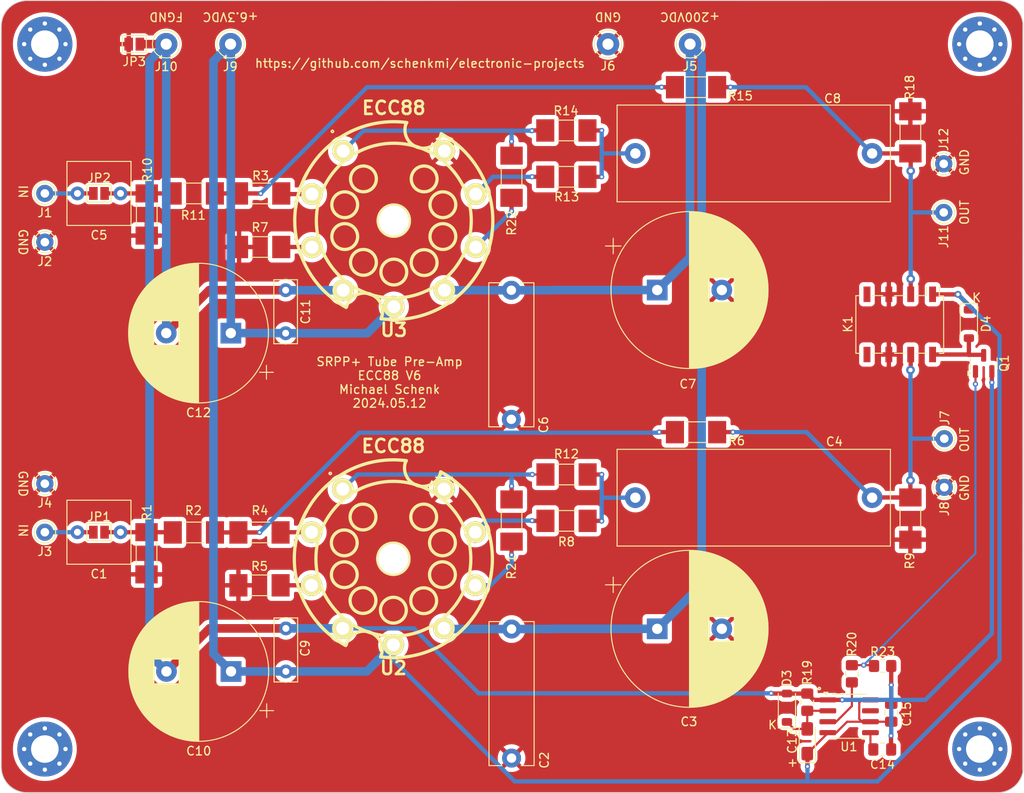
<source format=kicad_pcb>
(kicad_pcb (version 20240108) (generator "pcbnew") (generator_version "8.0")
  (layers (0 "F.Cu" signal) (31 "B.Cu" signal) (34 "B.Paste" user) (35 "F.Paste" user) (36 "B.SilkS" user "B.Silkscreen") (37 "F.SilkS" user "F.Silkscreen") (38 "B.Mask" user) (39 "F.Mask" user) (44 "Edge.Cuts" user))
  (net 0 "")
  (net 1 "Net-(JP1-B)")
  (net 2 "Net-(J3-Pin_1)")
  (net 3 "GND")
  (net 4 "VDDA")
  (net 5 "Net-(C4-Pad2)")
  (net 6 "Net-(J7-Pin_1)")
  (net 7 "Net-(JP2-B)")
  (net 8 "Net-(J1-Pin_1)")
  (net 9 "Net-(J11-Pin_1)")
  (net 10 "Net-(C8-Pad2)")
  (net 11 "FVCC")
  (net 12 "Net-(R11-Pad1)")
  (net 13 "FGND")
  (net 14 "Net-(R2-Pad1)")
  (net 15 "Net-(D3-K)")
  (net 16 "Net-(U1-CV)")
  (net 17 "Net-(D4-A)")
  (net 18 "Net-(Q1-B)")
  (net 19 "Net-(U3A-G)")
  (net 20 "Net-(U2A-G)")
  (net 21 "Net-(U2A-K)")
  (net 22 "Net-(U3A-K)")
  (net 23 "Net-(U2B-K)")
  (net 26 "Net-(U2A-A)")
  (net 27 "Net-(U3B-K)")
  (net 28 "Net-(U3A-A)")
  (net 29 "Net-(U1-Q)")
  (net 30 "Net-(U2B-G)")
  (net 31 "Net-(U3B-G)")
  (footprint "Capacitor_THT:C_Rect_L7.2mm_W7.2mm_P5.00mm_FKS2_FKP2_MKS2_MKP2" (layer "F.Cu") (at 52.5996 132.9182 180)
    (property "Reference" "C1")
    (property "Value" "3.3uF")
  )
  (footprint "Capacitor_THT:C_Rect_L16.5mm_W5.0mm_P15.00mm_MKT" (layer "F.Cu") (at 98.0186 144.1704 -90)
    (property "Reference" "C2")
    (property "Value" "100nF")
  )
  (footprint "Capacitor_THT:CP_Radial_D18.0mm_P7.50mm" (layer "F.Cu") (at 114.935 144.145)
    (property "Reference" "C3")
    (property "Value" "100uF")
  )
  (footprint "Capacitor_THT:C_Rect_L31.5mm_W11.0mm_P27.50mm_MKS4" (layer "F.Cu") (at 139.895 128.905 180)
    (property "Reference" "C4")
    (property "Value" "2.2uF")
  )
  (footprint "MountingHole:MountingHole_3.2mm_M3_Pad_Via" (layer "F.Cu") (at 43.815 76.2)
    (property "Reference" "H1" (hide yes))
    (property "Value" "MountingHole")
  )
  (footprint "MountingHole:MountingHole_3.2mm_M3_Pad_Via" (layer "F.Cu") (at 43.815 158.115)
    (property "Reference" "H2" (hide yes))
    (property "Value" "MountingHole")
  )
  (footprint "MountingHole:MountingHole_3.2mm_M3_Pad_Via" (layer "F.Cu") (at 152.4 158.115)
    (property "Reference" "H3" (hide yes))
    (property "Value" "MountingHole")
  )
  (footprint "MountingHole:MountingHole_3.2mm_M3_Pad_Via" (layer "F.Cu") (at 152.4 76.2)
    (property "Reference" "H4" (hide yes))
    (property "Value" "MountingHole")
  )
  (footprint "Connector_Pin:Pin_D1.0mm_L10.0mm" (layer "F.Cu") (at 43.815 132.9182)
    (property "Reference" "J3")
    (property "Value" "Conn_01x01")
  )
  (footprint "Connector_Pin:Pin_D1.0mm_L10.0mm" (layer "F.Cu") (at 43.815 127.2794)
    (property "Reference" "J4")
    (property "Value" "Conn_01x01")
  )
  (footprint "Connector_Pin:Pin_D1.3mm_L11.0mm" (layer "F.Cu") (at 118.745 76.2)
    (property "Reference" "J5")
    (property "Value" "Conn_01x01")
  )
  (footprint "Connector_Pin:Pin_D1.3mm_L11.0mm" (layer "F.Cu") (at 109.22 76.2)
    (property "Reference" "J6")
    (property "Value" "Conn_01x01")
  )
  (footprint "Connector_Pin:Pin_D1.0mm_L10.0mm" (layer "F.Cu") (at 148.2725 127.6985)
    (property "Reference" "J8")
    (property "Value" "Conn_01x01")
  )
  (footprint "Resistor_SMD:R_MELF_MMB-0207" (layer "F.Cu") (at 55.626 135.3682 -90)
    (property "Reference" "R1")
    (property "Value" "1Meg")
  )
  (footprint "Resistor_SMD:R_MELF_MMB-0207" (layer "F.Cu") (at 61.124 132.9436 180)
    (property "Reference" "R2")
    (property "Value" "10k")
  )
  (footprint "Resistor_SMD:R_MELF_MMB-0207" (layer "F.Cu") (at 68.8224 93.55)
    (property "Reference" "R3")
    (property "Value" "300R")
  )
  (footprint "Resistor_SMD:R_MELF_MMB-0207" (layer "F.Cu") (at 68.744 132.9436)
    (property "Reference" "R4")
    (property "Value" "300R")
  )
  (footprint "Resistor_SMD:R_MELF_MMB-0207" (layer "F.Cu") (at 68.7462 139.0904 180)
    (property "Reference" "R5")
    (property "Value" "200R")
  )
  (footprint "Resistor_SMD:R_MELF_MMB-0207" (layer "F.Cu") (at 119.4446 121.290735 180)
    (property "Reference" "R6")
    (property "Value" "22k")
  )
  (footprint "Resistor_SMD:R_MELF_MMB-0207" (layer "F.Cu") (at 68.8224 99.7712 180)
    (property "Reference" "R7")
    (property "Value" "200R")
  )
  (footprint "Resistor_SMD:R_MELF_MMB-0207" (layer "F.Cu") (at 104.402105 131.5974)
    (property "Reference" "R8")
    (property "Value" "150R")
  )
  (footprint "Resistor_SMD:R_MELF_MMB-0207" (layer "F.Cu") (at 144.3355 131.3296 90)
    (property "Reference" "R9")
    (property "Value" "1Meg")
  )
  (footprint "Capacitor_THT:C_Rect_L7.2mm_W7.2mm_P5.00mm_FKS2_FKP2_MKS2_MKP2" (layer "F.Cu") (at 52.6034 93.5482 180)
    (property "Reference" "C5")
    (property "Value" "3.3uF")
  )
  (footprint "Capacitor_THT:C_Rect_L16.5mm_W5.0mm_P15.00mm_MKT" (layer "F.Cu") (at 97.9932 104.8 -90)
    (property "Reference" "C6")
    (property "Value" "100nF")
  )
  (footprint "Capacitor_THT:CP_Radial_D18.0mm_P7.50mm" (layer "F.Cu") (at 114.935 104.775)
    (property "Reference" "C7")
    (property "Value" "100uF")
  )
  (footprint "Capacitor_THT:C_Rect_L31.5mm_W11.0mm_P27.50mm_MKS4" (layer "F.Cu") (at 139.895 88.9 180)
    (property "Reference" "C8")
    (property "Value" "2.2uF")
  )
  (footprint "Connector_Pin:Pin_D1.0mm_L10.0mm" (layer "F.Cu") (at 43.815 93.5482)
    (property "Reference" "J1")
    (property "Value" "Conn_01x01")
  )
  (footprint "Connector_Pin:Pin_D1.0mm_L10.0mm" (layer "F.Cu") (at 43.815 99.2124)
    (property "Reference" "J2")
    (property "Value" "Conn_01x01")
  )
  (footprint "Connector_Pin:Pin_D1.3mm_L11.0mm" (layer "F.Cu") (at 65.3796 76.2)
    (property "Reference" "J9")
    (property "Value" "Conn_01x01")
  )
  (footprint "Connector_Pin:Pin_D1.3mm_L11.0mm" (layer "F.Cu") (at 57.912 76.2)
    (property "Reference" "J10")
    (property "Value" "Conn_01x01")
  )
  (footprint "Connector_Pin:Pin_D1.0mm_L10.0mm" (layer "F.Cu") (at 148.209 95.758)
    (property "Reference" "J11")
    (property "Value" "Conn_01x01")
  )
  (footprint "Connector_Pin:Pin_D1.0mm_L10.0mm" (layer "F.Cu") (at 148.209 90.1065)
    (property "Reference" "J12")
    (property "Value" "Conn_01x01")
  )
  (footprint "Resistor_SMD:R_MELF_MMB-0207" (layer "F.Cu") (at 55.6514 95.9982 -90)
    (property "Reference" "R10")
    (property "Value" "1Meg")
  )
  (footprint "Resistor_SMD:R_MELF_MMB-0207" (layer "F.Cu") (at 61.1124 93.5482 180)
    (property "Reference" "R11")
    (property "Value" "10k")
  )
  (footprint "Resistor_SMD:R_MELF_MMB-0207" (layer "F.Cu") (at 104.402105 126.2126 180)
    (property "Reference" "R12")
    (property "Value" "50.1R")
  )
  (footprint "Resistor_SMD:R_MELF_MMB-0207" (layer "F.Cu") (at 104.3824 91.6178)
    (property "Reference" "R13")
    (property "Value" "150R")
  )
  (footprint "Resistor_SMD:R_MELF_MMB-0207" (layer "F.Cu") (at 104.3824 86.233 180)
    (property "Reference" "R14")
    (property "Value" "50.1R")
  )
  (footprint "Resistor_SMD:R_MELF_MMB-0207" (layer "F.Cu") (at 119.4446 81.2038 180)
    (property "Reference" "R15")
    (property "Value" "22k")
  )
  (footprint "Resistor_SMD:R_MELF_MMB-0207" (layer "F.Cu") (at 144.3355 86.45 90)
    (property "Reference" "R18")
    (property "Value" "1Meg")
  )
  (footprint "Capacitor_THT:C_Rect_L7.2mm_W2.5mm_P5.00mm_FKS2_FKP2_MKS2_MKP2" (layer "F.Cu") (at 71.8058 149.098 90)
    (property "Reference" "C9")
    (property "Value" "100nF")
  )
  (footprint "Capacitor_THT:CP_Radial_D16.0mm_P7.50mm" (layer "F.Cu") (at 65.439617 149.098 180)
    (property "Reference" "C10")
    (property "Value" "2200uF")
  )
  (footprint "Capacitor_THT:C_Rect_L7.2mm_W2.5mm_P5.00mm_FKS2_FKP2_MKS2_MKP2" (layer "F.Cu") (at 71.780385 109.793488 90)
    (property "Reference" "C11")
    (property "Value" "100nF")
  )
  (footprint "Capacitor_THT:CP_Radial_D16.0mm_P7.50mm" (layer "F.Cu") (at 65.414217 109.7788 180)
    (property "Reference" "C12")
    (property "Value" "2200uF")
  )
  (footprint "Relay_SMD:Relay_DPDT_Omron_G6K-2F" (layer "F.Cu") (at 143.1036 108.768 -90)
    (property "Reference" "K1")
    (property "Value" "G6K-2F-TR DC6")
  )
  (footprint "Capacitor_Tantalum_SMD:CP_EIA-3216-12_Kemet-S_Pad1.58x1.35mm_HandSolder" (layer "F.Cu") (at 132.3594 157.2109 90)
    (property "Reference" "C13")
    (property "Value" "15uF/25V")
  )
  (footprint "Capacitor_SMD:C_0805_2012Metric_Pad1.18x1.45mm_HandSolder" (layer "F.Cu") (at 141.0677 158.1658)
    (property "Reference" "C14")
    (property "Value" "100nF/50V")
  )
  (footprint "Capacitor_SMD:C_0805_2012Metric_Pad1.18x1.45mm_HandSolder" (layer "F.Cu") (at 142.113 153.9025 90)
    (property "Reference" "C15")
    (property "Value" "100nF/50V")
  )
  (footprint "Diode_SMD:D_SOD-123" (layer "F.Cu") (at 129.9972 153.3134 90)
    (property "Reference" "D3")
    (property "Value" "1N4148W")
  )
  (footprint "Diode_SMD:D_SOD-123" (layer "F.Cu") (at 151.13 108.712 -90)
    (property "Reference" "D4")
    (property "Value" "1N4148W")
  )
  (footprint "Package_TO_SOT_SMD:SOT-23" (layer "F.Cu") (at 152.847 113.3 90)
    (property "Reference" "Q1")
    (property "Value" "MMBT3904")
  )
  (footprint "Resistor_SMD:R_0805_2012Metric_Pad1.20x1.40mm_HandSolder" (layer "F.Cu") (at 132.3594 152.67 90)
    (property "Reference" "R19")
    (property "Value" "2Meg")
  )
  (footprint "Resistor_SMD:R_0805_2012Metric_Pad1.20x1.40mm_HandSolder" (layer "F.Cu") (at 137.541 149.368 -90)
    (property "Reference" "R20")
    (property "Value" "2.49k")
  )
  (footprint "Resistor_SMD:R_0805_2012Metric_Pad1.20x1.40mm_HandSolder" (layer "F.Cu") (at 141.113 148.463)
    (property "Reference" "R23")
    (property "Value" "2.49k")
  )
  (footprint "Package_SO:SOIC-8_3.9x4.9mm_P1.27mm" (layer "F.Cu") (at 137.222 154.305)
    (property "Reference" "U1")
    (property "Value" "TLC555xD")
  )
  (footprint "Connector_Pin:Pin_D1.0mm_L10.0mm" (layer "F.Cu") (at 148.2725 122.047)
    (property "Reference" "J7")
    (property "Value" "Conn_01x01")
  )
  (footprint "Jumper:SolderJumper-2_P1.3mm_Open_Pad1.0x1.5mm" (layer "F.Cu") (at 54.2036 76.2 180)
    (property "Reference" "JP3")
    (property "Value" "SolderJumper_2_Open")
  )
  (footprint "Jumper:SolderJumper-2_P1.3mm_Open_Pad1.0x1.5mm" (layer "F.Cu") (at 50.0996 132.9182)
    (property "Reference" "JP1")
    (property "Value" "SolderJumper_2_Open")
  )
  (footprint "Jumper:SolderJumper-2_P1.3mm_Open_Pad1.0x1.5mm" (layer "F.Cu") (at 50.1034 93.5482)
    (property "Reference" "JP2")
    (property "Value" "SolderJumper_2_Open")
  )
  (footprint "Resistor_SMD:R_MELF_MMB-0207" (layer "F.Cu") (at 98.0186 91.6062 -90)
    (property "Reference" "R22")
    (property "Value" "300R")
  )
  (footprint "w_vacuum:socket_gzc9-b" (layer "F.Cu") (at 84.29244 136.0043 180)
    (property "Reference" "U2")
    (property "Value" "ECC88")
  )
  (footprint "w_vacuum:socket_gzc9-b" (layer "F.Cu") (at 84.34324 96.7101 180)
    (property "Reference" "U3")
    (property "Value" "ECC88")
  )
  (footprint "Resistor_SMD:R_MELF_MMB-0207" (layer "F.Cu") (at 98.0186 131.5604 -90)
    (property "Reference" "R21")
    (property "Value" "300R")
  )
  (gr_line (start 41.745328 71.130328) (end 154.432 71.12) (stroke (width 0.1)) (layer "Edge.Cuts"))
  (gr_line (start 157.432 74.12) (end 157.46968 160.18468) (stroke (width 0.1)) (layer "Edge.Cuts"))
  (gr_line (start 38.745329 160.184671) (end 38.745328 74.130328) (stroke (width 0.1)) (layer "Edge.Cuts"))
  (gr_arc (start 38.745328 74.130328) (mid 39.624 72.009) (end 41.745328 71.130328) (stroke (width 0.1)) (layer "Edge.Cuts"))
  (gr_arc (start 154.432 71.12) (mid 156.553328 71.998672) (end 157.432 74.12) (stroke (width 0.1)) (layer "Edge.Cuts"))
  (gr_arc (start 157.46968 160.18468) (mid 156.591008 162.306008) (end 154.46968 163.18468) (stroke (width 0.1)) (layer "Edge.Cuts"))
  (gr_arc (start 41.745329 163.184671) (mid 39.624001 162.305999) (end 38.745329 160.184671) (stroke (width 0.1)) (layer "Edge.Cuts"))
  (gr_line (start 154.46968 163.18468) (end 41.745329 163.184671) (stroke (width 0.1)) (layer "Edge.Cuts"))
  (gr_text "IN" (at 41.275 132.715 270) (layer "F.SilkS") (effects (font (size 1 1))))
  (gr_text "GND" (at 41.275 127.2794 270) (layer "F.SilkS") (effects (font (size 1 1))))
  (gr_text "GND" (at 41.275 99.2124 270) (layer "F.SilkS") (effects (font (size 1 1))))
  (gr_text "GND" (at 150.622 89.916 90) (layer "F.SilkS") (effects (font (size 1 1))))
  (gr_text "GND" (at 150.622 127.762 90) (layer "F.SilkS") (effects (font (size 1 1))))
  (gr_text "OUT" (at 150.622 122.174 90) (layer "F.SilkS") (effects (font (size 1 1))))
  (gr_text "OUT" (at 150.622 95.758 90) (layer "F.SilkS") (effects (font (size 1 1))))
  (gr_text "+200VDC" (at 118.745 73.025 180) (layer "F.SilkS") (effects (font (size 1 1))))
  (gr_text "+6.3VDC" (at 65.3796 73.025 180) (layer "F.SilkS") (effects (font (size 1 1))))
  (gr_text "GND" (at 109.22 73.025 180) (layer "F.SilkS") (effects (font (size 1 1))))
  (gr_text "FGND" (at 57.912 73.025 180) (layer "F.SilkS") (effects (font (size 1 1))))
  (gr_text "K" (at 152.019 105.664 0) (layer "F.SilkS") (effects (font (size 1 1))))
  (gr_text "°" (at 76.962 126.492 0) (layer "F.SilkS") (effects (font (size 1 1))))
  (gr_text "°" (at 77.216 86.741 0) (layer "F.SilkS") (effects (font (size 1 1))))
  (gr_text "K" (at 128.3208 155.321 0) (layer "F.SilkS") (effects (font (size 1 1))))
  (gr_text "°" (at 133.7564 151.4856 0) (layer "F.SilkS") (effects (font (size 1 1))))
  (gr_text "SRPP+ Tube Pre-Amp\nECC88 V6\nMichael Schenk\n2024.05.12" (at 83.8454 115.5192 0) (layer "F.SilkS") (effects (font (size 1 1))))
  (gr_text "IN" (at 41.275 93.345 270) (layer "F.SilkS") (effects (font (size 1 1))))
  (gr_text "https://github.com/schenkmi/electronic-projects" (at 87.376 78.4352 0) (layer "F.SilkS") (effects (font (size 1 1))))
  (gr_text "+" (at 130.6576 159.6644 0) (layer "F.SilkS") (effects (font (size 1 1))))
  (segment (start 52.5996 132.9182) (end 50.7496 132.9182) (width 0.5) (layer "F.Cu") (net 1))
  (segment (start 52.5996 132.9182) (end 55.626 132.9182) (width 0.5) (layer "F.Cu") (net 1))
  (segment (start 58.6486 132.9182) (end 58.674 132.9436) (width 0.5) (layer "F.Cu") (net 1))
  (segment (start 55.626 132.9182) (end 58.6486 132.9182) (width 0.5) (layer "F.Cu") (net 1))
  (segment (start 49.4496 132.9182) (end 47.5996 132.9182) (width 0.5) (layer "F.Cu") (net 2))
  (segment (start 47.5996 132.9182) (end 43.815 132.9182) (width 0.5) (layer "B.Cu") (net 2))
  (segment (start 102.87 144.1704) (end 90.2462 144.1704) (width 1) (layer "B.Cu") (net 4))
  (segment (start 120.0912 77.5462) (end 118.745 76.2) (width 1) (layer "B.Cu") (net 4))
  (segment (start 114.935 144.145) (end 102.8954 144.145) (width 1) (layer "B.Cu") (net 4))
  (segment (start 114.935 104.775) (end 118.745 100.965) (width 1) (layer "B.Cu") (net 4))
  (segment (start 120.0912 138.9888) (end 120.0912 77.5462) (width 1) (layer "B.Cu") (net 4))
  (segment (start 102.75 104.8) (end 90.2208 104.8) (width 1) (layer "B.Cu") (net 4))
  (segment (start 114.935 104.775) (end 102.775 104.775) (width 1) (layer "B.Cu") (net 4))
  (segment (start 114.935 144.145) (end 120.0912 138.9888) (width 1) (layer "B.Cu") (net 4))
  (segment (start 118.745 100.965) (end 118.745 76.2) (width 1) (layer "B.Cu") (net 4))
  (segment (start 106.852105 126.2126) (end 108.4834 126.2126) (width 0.5) (layer "F.Cu") (net 5))
  (segment (start 106.852105 131.5974) (end 108.458 131.5974) (width 0.5) (layer "F.Cu") (net 5))
  (segment (start 108.458 131.5974) (end 108.4834 131.6228) (width 0.5) (layer "F.Cu") (net 5))
  (via (at 108.4834 131.6228) (size 0.6) (drill 0.3) (layers "F.Cu" "B.Cu") (net 5))
  (via (at 108.4834 126.2126) (size 0.6) (drill 0.3) (layers "F.Cu" "B.Cu") (net 5))
  (segment (start 112.395 128.905) (end 108.6104 128.905) (width 0.5) (layer "B.Cu") (net 5))
  (segment (start 108.4834 129.032) (end 108.4834 126.2126) (width 0.5) (layer "B.Cu") (net 5))
  (segment (start 108.4834 131.6228) (end 108.4834 129.032) (width 0.5) (layer "B.Cu") (net 5))
  (segment (start 108.6104 128.905) (end 108.4834 129.032) (width 0.5) (layer "B.Cu") (net 5))
  (segment (start 144.3355 128.8796) (end 139.9204 128.8796) (width 0.5) (layer "F.Cu") (net 6))
  (segment (start 123.7234 121.285) (end 121.900335 121.285) (width 0.5) (layer "F.Cu") (net 6))
  (segment (start 144.3355 126.9111) (end 144.3482 126.8984) (width 0.5) (layer "F.Cu") (net 6))
  (segment (start 139.9204 128.8796) (end 139.895 128.905) (width 0.5) (layer "F.Cu") (net 6))
  (segment (start 121.900335 121.285) (end 121.8946 121.290735) (width 0.5) (layer "F.Cu") (net 6))
  (segment (start 144.3355 128.8796) (end 144.3355 126.9111) (width 0.5) (layer "F.Cu") (net 6))
  (segment (start 144.3736 112.268) (end 144.3736 114.046) (width 0.5) (layer "F.Cu") (net 6))
  (segment (start 144.3736 114.046) (end 144.3482 114.0714) (width 0.5) (layer "F.Cu") (net 6))
  (via (at 144.3482 126.8984) (size 1) (drill 0.5) (layers "F.Cu" "B.Cu") (net 6))
  (via (at 123.7234 121.285) (size 0.6) (drill 0.3) (layers "F.Cu" "B.Cu") (net 6))
  (via (at 144.3482 114.0714) (size 1) (drill 0.5) (layers "F.Cu" "B.Cu") (net 6))
  (segment (start 123.7234 121.285) (end 132.275 121.285) (width 0.5) (layer "B.Cu") (net 6))
  (segment (start 148.2725 122.047) (end 144.3482 122.047) (width 0.5) (layer "B.Cu") (net 6))
  (segment (start 139.895 128.905) (end 132.275 121.285) (width 0.5) (layer "B.Cu") (net 6))
  (segment (start 144.3482 122.047) (end 144.3482 126.8984) (width 0.5) (layer "B.Cu") (net 6))
  (segment (start 144.3482 114.0714) (end 144.3482 122.047) (width 0.5) (layer "B.Cu") (net 6))
  (segment (start 55.6514 93.5482) (end 52.6034 93.5482) (width 0.5) (layer "F.Cu") (net 7))
  (segment (start 58.6624 93.5482) (end 55.6514 93.5482) (width 0.5) (layer "F.Cu") (net 7))
  (segment (start 52.6034 93.5482) (end 50.7534 93.5482) (width 0.5) (layer "F.Cu") (net 7))
  (segment (start 49.4534 93.5482) (end 47.6034 93.5482) (width 0.5) (layer "F.Cu") (net 8))
  (segment (start 47.6034 93.5482) (end 43.815 93.5482) (width 0.5) (layer "B.Cu") (net 8))
  (segment (start 144.3736 88.9381) (end 144.3355 88.9) (width 0.5) (layer "F.Cu") (net 9))
  (segment (start 144.3736 105.268) (end 144.3736 103.4796) (width 0.5) (layer "F.Cu") (net 9))
  (segment (start 139.895 88.9) (end 144.3355 88.9) (width 0.5) (layer "F.Cu") (net 9))
  (segment (start 121.8946 81.2038) (end 123.444 81.2038) (width 0.5) (layer "F.Cu") (net 9))
  (segment (start 144.3736 90.932) (end 144.3736 88.9381) (width 0.5) (layer "F.Cu") (net 9))
  (via (at 123.444 81.2038) (size 0.6) (drill 0.3) (layers "F.Cu" "B.Cu") (net 9))
  (via (at 144.3736 90.932) (size 1) (drill 0.5) (layers "F.Cu" "B.Cu") (net 9))
  (via (at 144.3736 103.4796) (size 1) (drill 0.5) (layers "F.Cu" "B.Cu") (net 9))
  (segment (start 144.3736 95.8088) (end 144.3736 90.932) (width 0.5) (layer "B.Cu") (net 9))
  (segment (start 148.209 95.758) (end 144.4244 95.758) (width 0.5) (layer "B.Cu") (net 9))
  (segment (start 144.4244 95.758) (end 144.3736 95.8088) (width 0.5) (layer "B.Cu") (net 9))
  (segment (start 132.1988 81.2038) (end 139.895 88.9) (width 0.5) (layer "B.Cu") (net 9))
  (segment (start 123.444 81.2038) (end 132.1988 81.2038) (width 0.5) (layer "B.Cu") (net 9))
  (segment (start 144.3736 103.4796) (end 144.3736 95.8088) (width 0.5) (layer "B.Cu") (net 9))
  (segment (start 106.8324 86.233) (end 108.4834 86.233) (width 0.5) (layer "F.Cu") (net 10))
  (segment (start 106.8324 91.6178) (end 108.4834 91.6178) (width 0.5) (layer "F.Cu") (net 10))
  (via (at 108.4834 86.233) (size 0.6) (drill 0.3) (layers "F.Cu" "B.Cu") (net 10))
  (via (at 108.4834 91.6178) (size 0.6) (drill 0.3) (layers "F.Cu" "B.Cu") (net 10))
  (segment (start 112.395 88.9) (end 108.6358 88.9) (width 0.5) (layer "B.Cu") (net 10))
  (segment (start 108.6358 88.9) (end 108.4834 88.7476) (width 0.5) (layer "B.Cu") (net 10))
  (segment (start 108.4834 91.6178) (end 108.4834 88.7476) (width 0.5) (layer "B.Cu") (net 10))
  (segment (start 108.4834 88.7476) (end 108.4834 86.233) (width 0.5) (layer "B.Cu") (net 10))
  (segment (start 151.13 107.062) (end 151.13 106.553) (width 0.5) (layer "F.Cu") (net 11))
  (segment (start 132.3848 160.147) (end 132.3848 158.6738) (width 0.5) (layer "F.Cu") (net 11))
  (segment (start 151.13 106.553) (end 149.86 105.283) (width 0.5) (layer "F.Cu") (net 11))
  (segment (start 138.39699 152.72501) (end 138.39699 154.61499) (width 0.25) (layer "F.Cu") (net 11))
  (segment (start 138.722 154.94) (end 139.697 154.94) (width 0.25) (layer "F.Cu") (net 11))
  (segment (start 136.992 154.94) (end 139.697 154.94) (width 0.25) (layer "F.Cu") (net 11))
  (segment (start 139.697 152.4) (end 138.722 152.4) (width 0.25) (layer "F.Cu") (net 11))
  (segment (start 149.86 105.283) (end 146.9286 105.283) (width 0.5) (layer "F.Cu") (net 11))
  (segment (start 132.3848 158.6738) (end 132.3594 158.6484) (width 0.5) (layer "F.Cu") (net 11))
  (segment (start 134.747 156.21) (end 135.722 156.21) (width 0.25) (layer "F.Cu") (net 11))
  (segment (start 138.722 152.4) (end 138.39699 152.72501) (width 0.25) (layer "F.Cu") (net 11))
  (segment (start 142.113 154.94) (end 139.697 154.94) (width 0.25) (layer "F.Cu") (net 11))
  (segment (start 132.3594 158.6484) (end 134.747 156.2608) (width 0.25) (layer "F.Cu") (net 11))
  (segment (start 135.722 156.21) (end 136.992 154.94) (width 0.25) (layer "F.Cu") (net 11))
  (segment (start 138.39699 154.61499) (end 138.722 154.94) (width 0.25) (layer "F.Cu") (net 11))
  (via (at 132.3848 160.147) (size 0.6) (drill 0.3) (layers "F.Cu" "B.Cu") (net 11))
  (via (at 149.86 105.283) (size 0.8) (drill 0.4) (layers "F.Cu" "B.Cu") (net 11))
  (segment (start 81.19872 149.098) (end 84.29244 146.00428) (width 1) (layer "B.Cu") (net 11))
  (segment (start 81.259832 109.793488) (end 84.34324 106.71008) (width 1) (layer "B.Cu") (net 11))
  (segment (start 132.3848 161.7726) (end 132.2832 161.8742) (width 0.5) (layer "B.Cu") (net 11))
  (segment (start 65.414217 109.7788) (end 71.765697 109.7788) (width 1) (layer "B.Cu") (net 11))
  (segment (start 71.765697 109.7788) (end 71.780385 109.793488) (width 1) (layer "B.Cu") (net 11))
  (segment (start 65.3796 76.2) (end 63.3984 78.1812) (width 1) (layer "B.Cu") (net 11))
  (segment (start 63.3984 147.056783) (end 65.439617 149.098) (width 1) (layer "B.Cu") (net 11))
  (segment (start 71.780385 109.793488) (end 81.259832 109.793488) (width 1) (layer "B.Cu") (net 11))
  (segment (start 65.414217 109.7788) (end 65.414217 76.234617) (width 1) (layer "B.Cu") (net 11))
  (segment (start 132.2832 161.8742) (end 140.5128 161.8742) (width 0.5) (layer "B.Cu") (net 11))
  (segment (start 154.686 110.109) (end 149.86 105.283) (width 0.5) (layer "B.Cu") (net 11))
  (segment (start 71.8058 149.098) (end 81.19872 149.098) (width 1) (layer "B.Cu") (net 11))
  (segment (start 132.3848 160.147) (end 132.3848 161.7726) (width 0.5) (layer "B.Cu") (net 11))
  (segment (start 98.395046 161.8742) (end 132.2832 161.8742) (width 0.5) (layer "B.Cu") (net 11))
  (segment (start 154.686 147.701) (end 154.686 110.109) (width 0.5) (layer "B.Cu") (net 11))
  (segment (start 63.3984 78.1812) (end 63.3984 147.056783) (width 1) (layer "B.Cu") (net 11))
  (segment (start 65.439617 149.098) (end 71.8058 149.098) (width 1) (layer "B.Cu") (net 11))
  (segment (start 84.29244 147.771594) (end 98.395046 161.8742) (width 0.5) (layer "B.Cu") (net 11))
  (segment (start 84.29244 146.00428) (end 84.29244 147.771594) (width 0.5) (layer "B.Cu") (net 11))
  (segment (start 65.414217 76.234617) (end 65.3796 76.2) (width 1) (layer "B.Cu") (net 11))
  (segment (start 140.5128 161.8742) (end 154.686 147.701) (width 0.5) (layer "B.Cu") (net 11))
  (segment (start 66.3724 93.55) (end 68.883 93.55) (width 0.5) (layer "F.Cu") (net 12))
  (segment (start 66.3724 93.55) (end 63.5642 93.55) (width 0.5) (layer "F.Cu") (net 12))
  (segment (start 68.883 93.55) (end 68.8848 93.5482) (width 0.5) (layer "F.Cu") (net 12))
  (segment (start 116.9946 81.2038) (end 115.443 81.2038) (width 0.5) (layer "F.Cu") (net 12))
  (segment (start 63.5642 93.55) (end 63.5624 93.5482) (width 0.5) (layer "F.Cu") (net 12))
  (via (at 68.8848 93.5482) (size 0.6) (drill 0.3) (layers "F.Cu" "B.Cu") (net 12))
  (via (at 115.443 81.2038) (size 0.6) (drill 0.3) (layers "F.Cu" "B.Cu") (net 12))
  (segment (start 68.8848 93.5482) (end 81.2292 81.2038) (width 0.5) (layer "B.Cu") (net 12))
  (segment (start 81.2292 81.2038) (end 115.443 81.2038) (width 0.5) (layer "B.Cu") (net 12))
  (segment (start 153.797 115.5192) (end 153.797 114.3) (width 0.5) (layer "F.Cu") (net 13))
  (segment (start 71.8058 144.098) (end 62.939617 144.098) (width 1) (layer "F.Cu") (net 13))
  (segment (start 62.939617 144.098) (end 57.939617 149.098) (width 1) (layer "F.Cu") (net 13))
  (segment (start 134.747 152.4) (end 136.4234 152.4) (width 0.5) (layer "F.Cu") (net 13))
  (segment (start 71.780385 104.793488) (end 62.899529 104.793488) (width 1) (layer "F.Cu") (net 13))
  (segment (start 142.113 150.6728) (end 142.113 148.463) (width 0.5) (layer "F.Cu") (net 13))
  (segment (start 134.747 152.4) (end 133.0894 152.4) (width 0.5) (layer "F.Cu") (net 13))
  (segment (start 62.899529 104.793488) (end 57.914217 109.7788) (width 1) (layer "F.Cu") (net 13))
  (segment (start 142.113 152.865) (end 142.113 150.6728) (width 0.5) (layer "F.Cu") (net 13))
  (segment (start 128.1938 151.6634) (end 128.1684 151.638) (width 0.5) (layer "F.Cu") (net 13))
  (segment (start 132.3594 151.67) (end 130.0038 151.67) (width 0.5) (layer "F.Cu") (net 13))
  (segment (start 129.9972 151.6634) (end 128.1938 151.6634) (width 0.5) (layer "F.Cu") (net 13))
  (segment (start 57.912 76.2) (end 54.8536 76.2) (width 1) (layer "F.Cu") (net 13))
  (segment (start 133.0894 152.4) (end 132.3594 151.67) (width 0.5) (layer "F.Cu") (net 13))
  (segment (start 142.0876 156.5656) (end 142.0876 158.1482) (width 0.5) (layer "F.Cu") (net 13))
  (via (at 142.0876 156.5656) (size 0.6) (drill 0.3) (layers "F.Cu" "B.Cu") (net 13))
  (via (at 128.1684 151.638) (size 0.6) (drill 0.3) (layers "F.Cu" "B.Cu") (net 13))
  (via (at 153.797 115.5192) (size 0.6) (drill 0.3) (layers "F.Cu" "B.Cu") (net 13))
  (via (at 136.4234 152.4) (size 0.6) (drill 0.3) (layers "F.Cu" "B.Cu") (net 13))
  (via (at 142.113 150.6728) (size 0.6) (drill 0.3) (layers "F.Cu" "B.Cu") (net 13))
  (segment (start 57.912 76.2) (end 55.9816 78.1304) (width 1) (layer "B.Cu") (net 13))
  (segment (start 57.914217 76.202217) (end 57.912 76.2) (width 1) (layer "B.Cu") (net 13))
  (segment (start 78.41488 144.0942) (end 86.6648 144.0942) (width 0.5) (layer "B.Cu") (net 13))
  (segment (start 142.113 152.4) (end 146.0754 152.4) (width 0.5) (layer "B.Cu") (net 13))
  (segment (start 55.9816 147.139983) (end 57.939617 149.098) (width 1) (layer "B.Cu") (net 13))
  (segment (start 86.6648 144.0942) (end 94.2086 151.638) (width 0.5) (layer "B.Cu") (net 13))
  (segment (start 142.113 152.4) (end 142.113 150.6728) (width 0.5) (layer "B.Cu") (net 13))
  (segment (start 136.4234 152.4) (end 142.113 152.4) (width 0.5) (layer "B.Cu") (net 13))
  (segment (start 153.797 144.6784) (end 153.797 115.5192) (width 0.5) (layer "B.Cu") (net 13))
  (segment (start 78.41488 144.0942) (end 71.8096 144.0942) (width 1) (layer "B.Cu") (net 13))
  (segment (start 146.0754 152.4) (end 153.6446 144.8308) (width 0.5) (layer "B.Cu") (net 13))
  (segment (start 71.8096 144.0942) (end 71.8058 144.098) (width 1) (layer "B.Cu") (net 13))
  (segment (start 142.113 152.4) (end 142.113 156.5402) (width 0.5) (layer "B.Cu") (net 13))
  (segment (start 128.1684 151.638) (end 94.2086 151.638) (width 0.5) (layer "B.Cu") (net 13))
  (segment (start 55.9816 78.1304) (end 55.9816 147.139983) (width 1) (layer "B.Cu") (net 13))
  (segment (start 71.786897 104.8) (end 71.780385 104.793488) (width 1) (layer "B.Cu") (net 13))
  (segment (start 142.113 156.5402) (end 142.0876 156.5656) (width 0.5) (layer "B.Cu") (net 13))
  (segment (start 78.46568 104.8) (end 71.786897 104.8) (width 1) (layer "B.Cu") (net 13))
  (segment (start 153.6446 144.8308) (end 153.797 144.6784) (width 0.5) (layer "B.Cu") (net 13))
  (segment (start 57.914217 109.7788) (end 57.914217 76.202217) (width 1) (layer "B.Cu") (net 13))
  (segment (start 66.294 132.9436) (end 68.7578 132.9436) (width 0.5) (layer "F.Cu") (net 14))
  (segment (start 116.9946 121.290735) (end 115.169335 121.290735) (width 0.5) (layer "F.Cu") (net 14))
  (segment (start 115.169335 121.290735) (end 115.1636 121.285) (width 0.5) (layer "F.Cu") (net 14))
  (segment (start 63.574 132.9436) (end 66.294 132.9436) (width 0.5) (layer "F.Cu") (net 14))
  (via (at 68.7578 132.9436) (size 0.6) (drill 0.3) (layers "F.Cu" "B.Cu") (net 14))
  (via (at 115.1636 121.285) (size 0.6) (drill 0.3) (layers "F.Cu" "B.Cu") (net 14))
  (segment (start 80.3514 121.35) (end 115.0986 121.35) (width 0.5) (layer "B.Cu") (net 14))
  (segment (start 68.7578 132.9436) (end 80.3514 121.35) (width 0.5) (layer "B.Cu") (net 14))
  (segment (start 115.0986 121.35) (end 115.1636 121.285) (width 0.5) (layer "B.Cu") (net 14))
  (segment (start 132.3594 155.7734) (end 132.3594 153.67) (width 0.25) (layer "F.Cu") (net 15))
  (segment (start 129.9972 154.9634) (end 130.812 155.7782) (width 0.25) (layer "F.Cu") (net 15))
  (segment (start 132.3594 153.67) (end 134.747 153.67) (width 0.25) (layer "F.Cu") (net 15))
  (segment (start 130.812 155.7782) (end 132.3546 155.7782) (width 0.25) (layer "F.Cu") (net 15))
  (segment (start 139.697 156.21) (end 139.697 157.8326) (width 0.25) (layer "F.Cu") (net 16))
  (segment (start 151.13 112.2685) (end 151.0985 112.3) (width 0.5) (layer "F.Cu") (net 17))
  (segment (start 151.13 110.362) (end 151.13 112.2685) (width 0.5) (layer "F.Cu") (net 17))
  (segment (start 152.847 112.3) (end 151.0985 112.3) (width 0.5) (layer "F.Cu") (net 17))
  (segment (start 151.13 112.2685) (end 151.1295 112.268) (width 0.5) (layer "F.Cu") (net 17))
  (segment (start 151.1295 112.268) (end 146.9136 112.268) (width 0.5) (layer "F.Cu") (net 17))
  (segment (start 138.906 148.368) (end 140.018 148.368) (width 0.25) (layer "F.Cu") (net 18))
  (segment (start 137.541 148.368) (end 138.906 148.368) (width 0.25) (layer "F.Cu") (net 18))
  (segment (start 151.897 115.692) (end 151.892 115.697) (width 0.25) (layer "F.Cu") (net 18))
  (segment (start 151.897 114.3) (end 151.897 115.692) (width 0.25) (layer "F.Cu") (net 18))
  (via (at 151.892 115.697) (size 0.6) (drill 0.3) (layers "F.Cu" "B.Cu") (net 18))
  (via (at 138.906 148.368) (size 0.6) (drill 0.3) (layers "F.Cu" "B.Cu") (net 18))
  (segment (start 151.892 135.382) (end 138.906 148.368) (width 0.25) (layer "B.Cu") (net 18))
  (segment (start 151.892 115.697) (end 151.892 135.382) (width 0.25) (layer "B.Cu") (net 18))
  (segment (start 74.83348 93.624) (end 71.3464 93.624) (width 0.5) (layer "F.Cu") (net 19))
  (segment (start 74.78268 132.9182) (end 71.2194 132.9182) (width 0.5) (layer "F.Cu") (net 20))
  (segment (start 71.1962 139.0904) (end 74.78268 139.0904) (width 0.5) (layer "F.Cu") (net 21))
  (segment (start 71.2724 99.7712) (end 74.80848 99.7712) (width 0.5) (layer "F.Cu") (net 22))
  (segment (start 74.80848 99.7712) (end 74.83348 99.7962) (width 0.5) (layer "F.Cu") (net 22))
  (segment (start 101.952105 131.5974) (end 100.4316 131.5974) (width 0.5) (layer "F.Cu") (net 23))
  (segment (start 100.4316 131.5974) (end 100.4062 131.572) (width 0.5) (layer "F.Cu") (net 23))
  (via (at 100.4062 131.572) (size 0.6) (drill 0.3) (layers "F.Cu" "B.Cu") (net 23))
  (segment (start 100.4062 131.572) (end 95.1484 131.572) (width 0.5) (layer "B.Cu") (net 23))
  (segment (start 95.1484 131.572) (end 93.8022 132.9182) (width 0.5) (layer "B.Cu") (net 23))
  (segment (start 98.0186 129.1104) (end 98.0186 127.5588) (width 0.5) (layer "F.Cu") (net 26))
  (segment (start 101.952105 126.2126) (end 100.4316 126.2126) (width 0.25) (layer "F.Cu") (net 26))
  (via (at 100.4316 126.2126) (size 0.6) (drill 0.3) (layers "F.Cu" "B.Cu") (net 26))
  (via (at 98.0186 127.5588) (size 0.6) (drill 0.3) (layers "F.Cu" "B.Cu") (net 26))
  (segment (start 80.11668 126.2126) (end 97.8916 126.2126) (width 0.5) (layer "B.Cu") (net 26))
  (segment (start 97.8916 126.2126) (end 100.4316 126.2126) (width 0.5) (layer "B.Cu") (net 26))
  (segment (start 98.0186 126.3396) (end 97.8916 126.2126) (width 0.5) (layer "B.Cu") (net 26))
  (segment (start 78.41488 127.9144) (end 80.11668 126.2126) (width 0.5) (layer "B.Cu") (net 26))
  (segment (start 98.0186 127.5588) (end 98.0186 126.3396) (width 0.5) (layer "B.Cu") (net 26))
  (segment (start 101.9324 91.6178) (end 100.4062 91.6178) (width 0.5) (layer "F.Cu") (net 27))
  (via (at 100.4062 91.6178) (size 0.6) (drill 0.3) (layers "F.Cu" "B.Cu") (net 27))
  (segment (start 100.4062 91.6178) (end 95.8592 91.6178) (width 0.5) (layer "B.Cu") (net 27))
  (segment (start 95.8592 91.6178) (end 93.853 93.624) (width 0.5) (layer "B.Cu") (net 27))
  (segment (start 98.0186 89.1562) (end 98.0186 87.503) (width 0.5) (layer "F.Cu") (net 28))
  (segment (start 101.9324 86.233) (end 100.4062 86.233) (width 0.5) (layer "F.Cu") (net 28))
  (segment (start 100.4062 86.233) (end 100.3808 86.2584) (width 0.5) (layer "F.Cu") (net 28))
  (via (at 98.0186 87.503) (size 0.6) (drill 0.3) (layers "F.Cu" "B.Cu") (net 28))
  (via (at 100.3808 86.2584) (size 0.6) (drill 0.3) (layers "F.Cu" "B.Cu") (net 28))
  (segment (start 100.3808 86.2584) (end 97.8916 86.2584) (width 0.5) (layer "B.Cu") (net 28))
  (segment (start 97.8916 86.2584) (end 80.82748 86.2584) (width 0.5) (layer "B.Cu") (net 28))
  (segment (start 98.0186 86.3854) (end 97.8916 86.2584) (width 0.5) (layer "B.Cu") (net 28))
  (segment (start 98.0186 87.503) (end 98.0186 86.3854) (width 0.5) (layer "B.Cu") (net 28))
  (segment (start 80.82748 86.2584) (end 78.46568 88.6202) (width 0.5) (layer "B.Cu") (net 28))
  (segment (start 134.747 154.94) (end 135.722 154.94) (width 0.25) (layer "F.Cu") (net 29))
  (segment (start 135.722 154.94) (end 137.541 153.121) (width 0.25) (layer "F.Cu") (net 29))
  (segment (start 137.541 153.121) (end 137.541 150.368) (width 0.25) (layer "F.Cu") (net 29))
  (segment (start 98.0186 134.0104) (end 98.0186 135.5598) (width 0.5) (layer "F.Cu") (net 30))
  (via (at 98.0186 135.5598) (size 0.6) (drill 0.3) (layers "F.Cu" "B.Cu") (net 30))
  (segment (start 95.5802 139.0904) (end 98.0186 136.652) (width 0.5) (layer "B.Cu") (net 30))
  (segment (start 98.0186 136.652) (end 98.0186 135.5598) (width 0.5) (layer "B.Cu") (net 30))
  (segment (start 93.8022 139.0904) (end 95.5802 139.0904) (width 0.5) (layer "B.Cu") (net 30))
  (segment (start 98.0186 94.0562) (end 98.0186 95.6056) (width 0.5) (layer "F.Cu") (net 31))
  (via (at 98.0186 95.6056) (size 0.6) (drill 0.3) (layers "F.Cu" "B.Cu") (net 31))
  (segment (start 98.0186 95.6056) (end 98.0186 95.6306) (width 0.5) (layer "B.Cu") (net 31))
  (segment (start 98.0186 95.6306) (end 93.853 99.7962) (width 0.5) (layer "B.Cu") (net 31))
  (zone (net 3) (net_name "GND") (layer "F.Cu") (connect_pads (clearance 0.508)) (min_thickness 0.254) (fill yes (thermal_gap 0.508) (thermal_bridge_width 0.508))
    (polygon (pts (xy 157.353 163.195) (xy 38.608 163.195) (xy 38.608 71.12) (xy 157.353 71.12)))
  )
)
</source>
